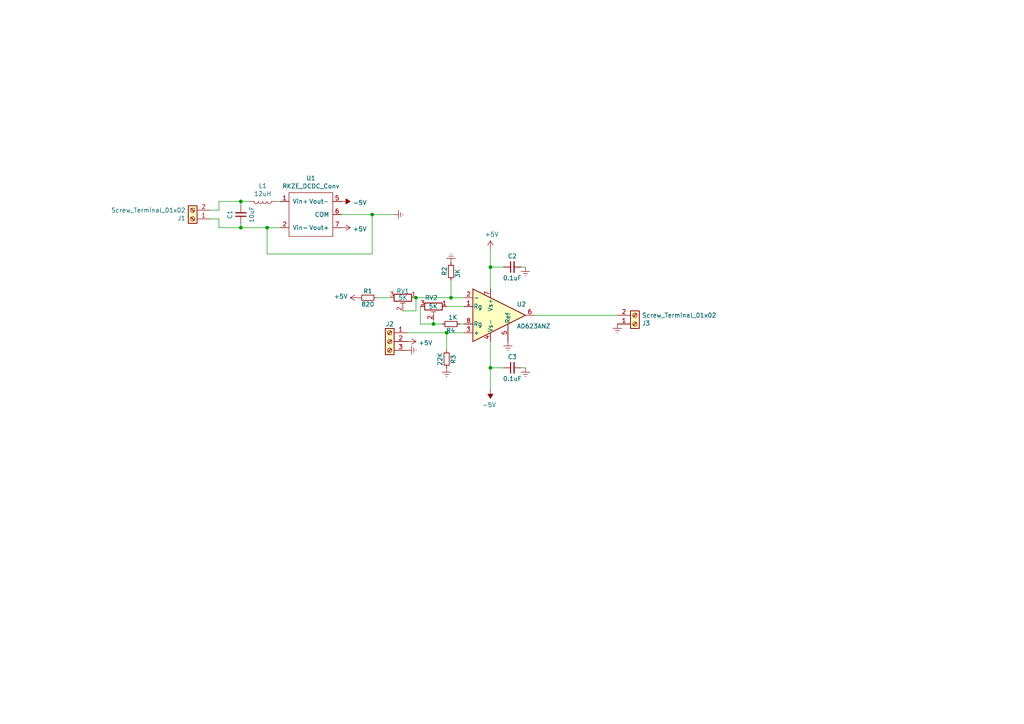
<source format=kicad_sch>
(kicad_sch (version 20211123) (generator eeschema)
  (paper "A4")
  (lib_symbols
    (symbol "Amplifier_Instrumentation:AD623ANZ" (pin_names (offset 0.127))
      (property "Reference" "U" (at 3.556 7.366 0))
      (property "Value" "AD623ANZ" (at 6.604 5.334 0))
      (symbol "AD623ANZ_0_1"
        (polyline (pts (xy -5.08 7.62) (xy -5.08 -7.62) (xy 10.16 0) (xy -5.08 7.62)) (stroke (width 0.254)) (fill (type background)))
      )
      (symbol "AD623ANZ_1_1"
        (pin passive line (at -7.62 2.54 0) (length 2.54) (name "Rg") (number "1"))
        (pin input line (at -7.62 5.08 0) (length 2.54) (name "-") (number "2"))
        (pin input line (at -7.62 -5.08 0) (length 2.54) (name "+") (number "3"))
        (pin power_in line (at 0 -7.62 90) (length 2.54) (name "Vs-") (number "4"))
        (pin passive line (at 5.08 -7.62 90) (length 5.08) (name "Ref") (number "5"))
        (pin output line (at 12.7 0 180) (length 2.54) (name "~") (number "6"))
        (pin power_in line (at 0 7.62 270) (length 2.54) (name "Vs+") (number "7"))
        (pin passive line (at -7.62 -2.54 0) (length 2.54) (name "Rg") (number "8"))
      )
    )
    (symbol "Connector:Screw_Terminal_01x02" (pin_names (offset 1.016) hide)
      (property "Reference" "J" (at 0 2.54 0))
      (property "Value" "Screw_Terminal_01x02" (at 0 -5.08 0))
      (symbol "Screw_Terminal_01x02_1_1"
        (rectangle (start -1.27 1.27) (end 1.27 -3.81) (stroke (width 0.254)) (fill (type background)))
        (circle (center 0 -2.54) (radius 0.635) (stroke (width 0.1524)))
        (polyline (pts (xy -0.5334 -2.2098) (xy 0.3302 -3.048)) (stroke (width 0.1524)))
        (polyline (pts (xy -0.5334 0.3302) (xy 0.3302 -0.508)) (stroke (width 0.1524)))
        (polyline (pts (xy -0.3556 -2.032) (xy 0.508 -2.8702)) (stroke (width 0.1524)))
        (polyline (pts (xy -0.3556 0.508) (xy 0.508 -0.3302)) (stroke (width 0.1524)))
        (circle (center 0 0) (radius 0.635) (stroke (width 0.1524)))
        (pin passive line (at -5.08 0 0) (length 3.81) (name "Pin_1") (number "1"))
        (pin passive line (at -5.08 -2.54 0) (length 3.81) (name "Pin_2") (number "2"))
      )
    )
    (symbol "Connector:Screw_Terminal_01x03" (pin_names (offset 1.016) hide)
      (property "Reference" "J" (at 0 5.08 0))
      (property "Value" "Screw_Terminal_01x03" (at 0 -5.08 0))
      (symbol "Screw_Terminal_01x03_1_1"
        (rectangle (start -1.27 3.81) (end 1.27 -3.81) (stroke (width 0.254)) (fill (type background)))
        (circle (center 0 -2.54) (radius 0.635) (stroke (width 0.1524)))
        (polyline (pts (xy -0.5334 -2.2098) (xy 0.3302 -3.048)) (stroke (width 0.1524)))
        (polyline (pts (xy -0.5334 0.3302) (xy 0.3302 -0.508)) (stroke (width 0.1524)))
        (polyline (pts (xy -0.5334 2.8702) (xy 0.3302 2.032)) (stroke (width 0.1524)))
        (polyline (pts (xy -0.3556 -2.032) (xy 0.508 -2.8702)) (stroke (width 0.1524)))
        (polyline (pts (xy -0.3556 0.508) (xy 0.508 -0.3302)) (stroke (width 0.1524)))
        (polyline (pts (xy -0.3556 3.048) (xy 0.508 2.2098)) (stroke (width 0.1524)))
        (circle (center 0 0) (radius 0.635) (stroke (width 0.1524)))
        (circle (center 0 2.54) (radius 0.635) (stroke (width 0.1524)))
        (pin passive line (at -5.08 2.54 0) (length 3.81) (name "Pin_1") (number "1"))
        (pin passive line (at -5.08 0 0) (length 3.81) (name "Pin_2") (number "2"))
        (pin passive line (at -5.08 -2.54 0) (length 3.81) (name "Pin_3") (number "3"))
      )
    )
    (symbol "Device:C_Small" (pin_numbers hide) (pin_names (offset 0.254) hide)
      (property "Reference" "C" (at 0.254 1.778 0))
      (property "Value" "C_Small" (at 0.254 -2.032 0))
      (symbol "C_Small_0_1"
        (polyline (pts (xy -1.524 -0.508) (xy 1.524 -0.508)) (stroke (width 0.3302)))
        (polyline (pts (xy -1.524 0.508) (xy 1.524 0.508)) (stroke (width 0.3048)))
      )
      (symbol "C_Small_1_1"
        (pin passive line (at 0 2.54 270) (length 2.032) (name "~") (number "1"))
        (pin passive line (at 0 -2.54 90) (length 2.032) (name "~") (number "2"))
      )
    )
    (symbol "Device:L" (pin_numbers hide) (pin_names (offset 1.016) hide)
      (property "Reference" "L" (at -1.27 0 90))
      (property "Value" "L" (at 1.905 0 90))
      (symbol "L_0_1"
        (arc (start 0 -2.54) (mid 0.635 -1.905) (end 0 -1.27))
        (arc (start 0 -1.27) (mid 0.635 -0.635) (end 0 0))
        (arc (start 0 0) (mid 0.635 0.635) (end 0 1.27))
        (arc (start 0 1.27) (mid 0.635 1.905) (end 0 2.54))
      )
      (symbol "L_1_1"
        (pin passive line (at 0 3.81 270) (length 1.27) (name "1") (number "1"))
        (pin passive line (at 0 -3.81 90) (length 1.27) (name "2") (number "2"))
      )
    )
    (symbol "Device:R_Potentiometer_Trim" (pin_names (offset 1.016) hide)
      (property "Reference" "RV" (at -4.445 0 90))
      (property "Value" "R_Potentiometer_Trim" (at -2.54 0 90))
      (symbol "R_Potentiometer_Trim_0_1"
        (polyline (pts (xy 1.524 0.762) (xy 1.524 -0.762)))
        (polyline (pts (xy 2.54 0) (xy 1.524 0)))
        (rectangle (start 1.016 2.54) (end -1.016 -2.54) (stroke (width 0.254)))
      )
      (symbol "R_Potentiometer_Trim_1_1"
        (pin passive line (at 0 3.81 270) (length 1.27) (name "1") (number "1"))
        (pin passive line (at 3.81 0 180) (length 1.27) (name "2") (number "2"))
        (pin passive line (at 0 -3.81 90) (length 1.27) (name "3") (number "3"))
      )
    )
    (symbol "Device:R_Small" (pin_numbers hide) (pin_names (offset 0.254) hide)
      (property "Reference" "R" (at 0.762 0.508 0))
      (property "Value" "R_Small" (at 0.762 -1.016 0))
      (symbol "R_Small_0_1"
        (rectangle (start -0.762 1.778) (end 0.762 -1.778) (stroke (width 0.2032)))
      )
      (symbol "R_Small_1_1"
        (pin passive line (at 0 2.54 270) (length 0.762) (name "~") (number "1"))
        (pin passive line (at 0 -2.54 90) (length 0.762) (name "~") (number "2"))
      )
    )
    (symbol "power:+5V" (power) (pin_names (offset 0))
      (property "Value" "+5V" (at 0 3.556 0))
      (symbol "+5V_0_1"
        (polyline (pts (xy -0.762 1.27) (xy 0 2.54)))
        (polyline (pts (xy 0 0) (xy 0 2.54)))
        (polyline (pts (xy 0 2.54) (xy 0.762 1.27)))
      )
      (symbol "+5V_1_1"
        (pin power_in line (at 0 0 90) (length 0) hide (name "+5V") (number "1"))
      )
    )
    (symbol "power:-5V" (power) (pin_names (offset 0))
      (property "Value" "-5V" (at 0 3.81 0))
      (symbol "-5V_0_0"
        (pin power_in line (at 0 0 90) (length 0) hide (name "-5V") (number "1"))
      )
      (symbol "-5V_0_1"
        (polyline (pts (xy 0 0) (xy 0 1.27) (xy 0.762 1.27) (xy 0 2.54) (xy -0.762 1.27) (xy 0 1.27)) (fill (type outline)))
      )
    )
    (symbol "power:Earth" (power) (pin_names (offset 0))
      (symbol "Earth_0_1"
        (polyline (pts (xy -0.635 -1.905) (xy 0.635 -1.905)))
        (polyline (pts (xy -0.127 -2.54) (xy 0.127 -2.54)))
        (polyline (pts (xy 0 -1.27) (xy 0 0)))
        (polyline (pts (xy 1.27 -1.27) (xy -1.27 -1.27)))
      )
      (symbol "Earth_1_1"
        (pin power_in line (at 0 0 270) (length 0) hide (name "Earth") (number "1"))
      )
    )
    (symbol "thermistor_amplifier-rescue:RKZE_DCDC_Conv-Thermistor_amp" (pin_names (offset 1.016))
      (property "Reference" "U" (at 0 -8.89 0))
      (property "Value" "RKZE_DCDC_Conv-Thermistor_amp" (at 0 8.89 0))
      (symbol "RKZE_DCDC_Conv-Thermistor_amp_0_1"
        (rectangle (start -6.35 6.35) (end 6.35 -6.35))
      )
      (symbol "RKZE_DCDC_Conv-Thermistor_amp_1_1"
        (pin input line (at -8.89 3.81 0) (length 2.54) (name "Vin+") (number "1"))
        (pin input line (at -8.89 -3.81 0) (length 2.54) (name "Vin-") (number "2"))
        (pin output line (at 8.89 3.81 180) (length 2.54) (name "Vout-") (number "5"))
        (pin output line (at 8.89 0 180) (length 2.54) (name "COM") (number "6"))
        (pin output line (at 8.89 -3.81 180) (length 2.54) (name "Vout+") (number "7"))
      )
    )
    (symbol "thermistor_amplifier-rescue:R_POT_TRIM-Device" (pin_names (offset 1.016) hide)
      (property "Reference" "RV" (at -4.445 0 90))
      (property "Value" "R_POT_TRIM-Device" (at -2.54 0 90))
      (symbol "R_POT_TRIM-Device_0_1"
        (polyline (pts (xy 1.524 0.762) (xy 1.524 -0.762)))
        (polyline (pts (xy 2.54 0) (xy 1.524 0)))
        (rectangle (start 1.016 2.54) (end -1.016 -2.54) (stroke (width 0.254)))
      )
      (symbol "R_POT_TRIM-Device_1_1"
        (pin passive line (at 0 3.81 270) (length 1.27) (name "1") (number "1"))
        (pin passive line (at 3.81 0 180) (length 1.27) (name "2") (number "2"))
        (pin passive line (at 0 -3.81 90) (length 1.27) (name "3") (number "3"))
      )
    )
  )
  (junction (at 125.73 93.98))
  (junction (at 69.85 58.42))
  (junction (at 142.24 106.68))
  (junction (at 69.85 66.04))
  (junction (at 77.47 66.04))
  (junction (at 130.81 86.36))
  (junction (at 107.95 62.23))
  (junction (at 129.54 96.52))
  (junction (at 142.24 77.47))
  (junction (at 120.65 86.36))
  (wire (pts (xy 77.47 73.66) (xy 107.95 73.66)))
  (wire (pts (xy 142.24 106.68) (xy 142.24 113.03)))
  (wire (pts (xy 151.13 77.47) (xy 152.4 77.47)))
  (wire (pts (xy 125.73 93.98) (xy 121.92 93.98)))
  (wire (pts (xy 129.54 101.6) (xy 129.54 96.52)))
  (wire (pts (xy 121.92 88.9) (xy 121.92 93.98)))
  (wire (pts (xy 80.01 58.42) (xy 81.28 58.42)))
  (wire (pts (xy 130.81 86.36) (xy 134.62 86.36)))
  (wire (pts (xy 146.05 106.68) (xy 142.24 106.68)))
  (wire (pts (xy 109.22 86.36) (xy 113.03 86.36)))
  (wire (pts (xy 129.54 96.52) (xy 134.62 96.52)))
  (wire (pts (xy 63.5 58.42) (xy 63.5 60.96)))
  (wire (pts (xy 130.81 81.28) (xy 130.81 86.36)))
  (wire (pts (xy 107.95 62.23) (xy 99.06 62.23)))
  (wire (pts (xy 142.24 77.47) (xy 142.24 72.39)))
  (wire (pts (xy 142.24 83.82) (xy 142.24 77.47)))
  (wire (pts (xy 120.65 86.36) (xy 130.81 86.36)))
  (wire (pts (xy 125.73 93.98) (xy 128.27 93.98)))
  (wire (pts (xy 60.96 60.96) (xy 63.5 60.96)))
  (wire (pts (xy 63.5 58.42) (xy 69.85 58.42)))
  (wire (pts (xy 151.13 106.68) (xy 152.4 106.68)))
  (wire (pts (xy 69.85 59.69) (xy 69.85 58.42)))
  (wire (pts (xy 118.11 96.52) (xy 129.54 96.52)))
  (wire (pts (xy 146.05 77.47) (xy 142.24 77.47)))
  (wire (pts (xy 72.39 58.42) (xy 69.85 58.42)))
  (wire (pts (xy 125.73 93.98) (xy 125.73 92.71)))
  (wire (pts (xy 77.47 66.04) (xy 77.47 73.66)))
  (wire (pts (xy 116.84 90.17) (xy 120.65 90.17)))
  (wire (pts (xy 142.24 99.06) (xy 142.24 106.68)))
  (wire (pts (xy 69.85 66.04) (xy 77.47 66.04)))
  (wire (pts (xy 63.5 63.5) (xy 63.5 66.04)))
  (wire (pts (xy 69.85 64.77) (xy 69.85 66.04)))
  (wire (pts (xy 129.54 88.9) (xy 134.62 88.9)))
  (wire (pts (xy 179.07 91.44) (xy 154.94 91.44)))
  (wire (pts (xy 77.47 66.04) (xy 81.28 66.04)))
  (wire (pts (xy 133.35 93.98) (xy 134.62 93.98)))
  (wire (pts (xy 107.95 62.23) (xy 114.3 62.23)))
  (wire (pts (xy 120.65 90.17) (xy 120.65 86.36)))
  (wire (pts (xy 60.96 63.5) (xy 63.5 63.5)))
  (wire (pts (xy 107.95 73.66) (xy 107.95 62.23)))
  (wire (pts (xy 63.5 66.04) (xy 69.85 66.04)))
  (symbol (lib_id "Amplifier_Instrumentation:AD623ANZ") (at 142.24 91.44 0) (unit 1)
    (property "Reference" "U2" (at 149.86 88.265 0) (effects (justify left)))
    (property "Value" "AD623ANZ" (at 149.86 94.615 0) (effects (justify left)))
    (property "Footprint" "Package_DIP:DIP-8_W7.62mm" (effects hide))
    (property "Datasheet" "http://www.analog.com/media/en/technical-documentation/data-sheets/AD623.pdf" (effects hide))
  )
  (symbol (lib_id "Device:R_Small") (at 130.81 93.98 90) (unit 1)
    (property "Reference" "R4" (at 132.08 95.885 90) (effects (justify left)))
    (property "Value" "1K" (at 132.715 92.075 90) (effects (justify left)))
    (property "Footprint" "Resistor_THT:R_Axial_DIN0207_L6.3mm_D2.5mm_P10.16mm_Horizontal" (effects hide))
  )
  (symbol (lib_id "Device:R_Small") (at 130.81 78.74 0) (unit 1)
    (property "Reference" "R2" (at 128.905 80.01 90) (effects (justify left)))
    (property "Value" "3K" (at 132.715 80.645 90) (effects (justify left)))
    (property "Footprint" "Resistor_THT:R_Axial_DIN0207_L6.3mm_D2.5mm_P10.16mm_Horizontal" (effects hide))
  )
  (symbol (lib_id "Device:R_Small") (at 106.68 86.36 270) (unit 1)
    (property "Reference" "R1" (at 106.68 84.455 90))
    (property "Value" "820" (at 106.68 88.265 90))
    (property "Footprint" "Resistor_THT:R_Axial_DIN0207_L6.3mm_D2.5mm_P10.16mm_Horizontal" (effects hide))
  )
  (symbol (lib_id "thermistor_amplifier-rescue:R_POT_TRIM-Device") (at 116.84 86.36 270) (unit 1)
    (property "Reference" "RV1" (at 116.84 84.455 90))
    (property "Value" "5K" (at 116.84 86.36 90))
    (property "Footprint" "Potentiometer_THT:Potentiometer_Bourns_3386P_Vertical" (effects hide))
  )
  (symbol (lib_id "power:+5V") (at 104.14 86.36 90) (unit 1)
    (property "Reference" "#PWR0101" (effects hide))
    (property "Value" "+5V" (at 100.8888 85.979 90) (effects (justify left)))
  )
  (symbol (lib_id "power:Earth") (at 130.81 76.2 180) (unit 1)
    (property "Reference" "#PWR0102" (effects hide))
    (property "Value" "Earth" (effects hide))
  )
  (symbol (lib_id "Device:R_Small") (at 129.54 104.14 180) (unit 1)
    (property "Reference" "R3" (at 131.445 102.87 90) (effects (justify left)))
    (property "Value" "22K" (at 127.635 102.235 90) (effects (justify left)))
    (property "Footprint" "Resistor_THT:R_Axial_DIN0207_L6.3mm_D2.5mm_P10.16mm_Horizontal" (effects hide))
  )
  (symbol (lib_id "power:Earth") (at 129.54 106.68 0) (unit 1)
    (property "Reference" "#PWR0104" (effects hide))
    (property "Value" "Earth" (effects hide))
  )
  (symbol (lib_id "power:+5V") (at 142.24 72.39 0) (unit 1)
    (property "Reference" "#PWR0105" (effects hide))
    (property "Value" "+5V" (at 142.621 67.9958 0))
  )
  (symbol (lib_id "Device:C_Small") (at 148.59 77.47 90) (unit 1)
    (property "Reference" "C2" (at 148.59 74.295 90))
    (property "Value" "0.1uF" (at 148.59 80.645 90))
    (property "Footprint" "Capacitor_THT:C_Disc_D5.0mm_W2.5mm_P2.50mm" (effects hide))
  )
  (symbol (lib_id "power:Earth") (at 152.4 77.47 0) (unit 1)
    (property "Reference" "#PWR0106" (effects hide))
    (property "Value" "Earth" (effects hide))
  )
  (symbol (lib_id "power:-5V") (at 142.24 113.03 180) (unit 1)
    (property "Reference" "#PWR0107" (effects hide))
    (property "Value" "-5V" (at 141.859 117.4242 0))
  )
  (symbol (lib_id "Device:C_Small") (at 148.59 106.68 90) (unit 1)
    (property "Reference" "C3" (at 148.59 103.505 90))
    (property "Value" "0.1uF" (at 148.59 109.855 90))
    (property "Footprint" "Capacitor_THT:C_Disc_D5.0mm_W2.5mm_P2.50mm" (effects hide))
  )
  (symbol (lib_id "power:Earth") (at 152.4 106.68 0) (unit 1)
    (property "Reference" "#PWR0108" (effects hide))
    (property "Value" "Earth" (effects hide))
  )
  (symbol (lib_id "power:Earth") (at 147.32 99.06 0) (unit 1)
    (property "Reference" "#PWR0109" (effects hide))
    (property "Value" "Earth" (effects hide))
  )
  (symbol (lib_id "Connector:Screw_Terminal_01x02") (at 184.15 93.98 0) (mirror x) (unit 1)
    (property "Reference" "J3" (at 186.182 93.7768 0) (effects (justify left)))
    (property "Value" "Screw_Terminal_01x02" (at 186.182 91.4654 0) (effects (justify left)))
    (property "Footprint" "TerminalBlock_Phoenix:TerminalBlock_Phoenix_MPT-0,5-2-2.54_1x02_P2.54mm_Horizontal" (effects hide))
  )
  (symbol (lib_id "power:Earth") (at 179.07 93.98 0) (unit 1)
    (property "Reference" "#PWR0110" (effects hide))
    (property "Value" "Earth" (effects hide))
  )
  (symbol (lib_id "power:-5V") (at 99.06 58.42 270) (unit 1)
    (property "Reference" "#PWR0111" (effects hide))
    (property "Value" "-5V" (at 102.3112 58.801 90) (effects (justify left)))
  )
  (symbol (lib_id "power:+5V") (at 99.06 66.04 270) (unit 1)
    (property "Reference" "#PWR0112" (effects hide))
    (property "Value" "+5V" (at 102.3112 66.421 90) (effects (justify left)))
  )
  (symbol (lib_id "Connector:Screw_Terminal_01x02") (at 55.88 63.5 180) (unit 1)
    (property "Reference" "J1" (at 53.848 63.2968 0) (effects (justify left)))
    (property "Value" "Screw_Terminal_01x02" (at 53.848 60.9854 0) (effects (justify left)))
    (property "Footprint" "TerminalBlock_Phoenix:TerminalBlock_Phoenix_MPT-0,5-2-2.54_1x02_P2.54mm_Horizontal" (effects hide))
  )
  (symbol (lib_id "Device:C_Small") (at 69.85 62.23 180) (unit 1)
    (property "Reference" "C1" (at 66.675 62.23 90))
    (property "Value" "10uF" (at 73.025 62.23 90))
    (property "Footprint" "Capacitor_THT:C_Disc_D5.0mm_W2.5mm_P2.50mm" (effects hide))
  )
  (symbol (lib_id "Device:L") (at 76.2 58.42 270) (unit 1)
    (property "Reference" "L1" (at 76.2 53.8988 90))
    (property "Value" "12uH" (at 76.2 56.2102 90))
    (property "Footprint" "Capacitor_THT:C_Radial_D5.0mm_H7.0mm_P2.00mm" (effects hide))
  )
  (symbol (lib_id "power:Earth") (at 114.3 62.23 90) (unit 1)
    (property "Reference" "#PWR0113" (effects hide))
    (property "Value" "Earth" (effects hide))
  )
  (symbol (lib_id "thermistor_amplifier-rescue:RKZE_DCDC_Conv-Thermistor_amp") (at 90.17 62.23 0) (unit 1)
    (property "Reference" "U1" (at 90.17 51.689 0))
    (property "Value" "RKZE_DCDC_Conv" (at 90.17 54.0004 0))
    (property "Footprint" "thermistor_amp:RKZE_DCDC_Conv" (effects hide))
  )
  (symbol (lib_id "Connector:Screw_Terminal_01x03") (at 113.03 99.06 0) (mirror y) (unit 1)
    (property "Reference" "J2" (at 113.03 93.98 0))
    (property "Value" "Screw_Terminal_01x03" (effects hide))
    (property "Footprint" "TerminalBlock_Phoenix:TerminalBlock_Phoenix_MPT-0,5-3-2.54_1x03_P2.54mm_Horizontal" (effects hide))
  )
  (symbol (lib_id "power:+5V") (at 118.11 99.06 270) (unit 1)
    (property "Reference" "#PWR0114" (effects hide))
    (property "Value" "+5V" (at 121.3612 99.441 90) (effects (justify left)))
  )
  (symbol (lib_id "power:Earth") (at 118.11 101.6 90) (unit 1)
    (property "Reference" "#PWR0115" (effects hide))
    (property "Value" "Earth" (effects hide))
  )
  (symbol (lib_id "Device:R_Potentiometer_Trim") (at 125.73 88.9 270) (unit 1)
    (property "Reference" "RV2" (at 127 86.36 90) (effects (justify right)))
    (property "Value" "5K" (at 127 88.9 90) (effects (justify right)))
    (property "Footprint" "Potentiometer_THT:Potentiometer_Bourns_3386P_Vertical" (effects hide))
  )
)
</source>
